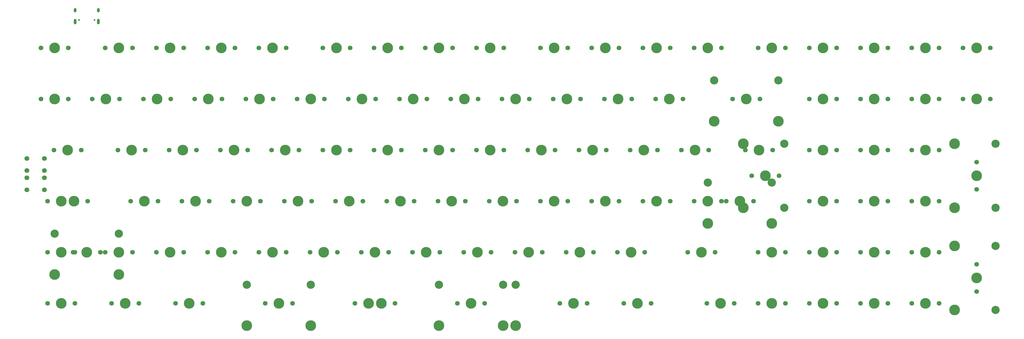
<source format=gbr>
G04 #@! TF.GenerationSoftware,KiCad,Pcbnew,(5.1.7)-1*
G04 #@! TF.CreationDate,2020-11-06T22:12:29-08:00*
G04 #@! TF.ProjectId,PCBV3,50434256-332e-46b6-9963-61645f706362,rev?*
G04 #@! TF.SameCoordinates,Original*
G04 #@! TF.FileFunction,Soldermask,Top*
G04 #@! TF.FilePolarity,Negative*
%FSLAX46Y46*%
G04 Gerber Fmt 4.6, Leading zero omitted, Abs format (unit mm)*
G04 Created by KiCad (PCBNEW (5.1.7)-1) date 2020-11-06 22:12:29*
%MOMM*%
%LPD*%
G01*
G04 APERTURE LIST*
%ADD10C,3.987800*%
%ADD11C,1.750000*%
%ADD12C,3.048000*%
%ADD13C,0.650000*%
%ADD14O,1.000000X2.100000*%
%ADD15O,1.000000X1.600000*%
%ADD16C,1.800000*%
G04 APERTURE END LIST*
D10*
X284956250Y-149225000D03*
D11*
X279876250Y-149225000D03*
X290036250Y-149225000D03*
D10*
X294481250Y-168275000D03*
D11*
X289401250Y-168275000D03*
X299561250Y-168275000D03*
D10*
X355282500Y-127762000D03*
X355282500Y-151638000D03*
D12*
X370522500Y-127762000D03*
X370522500Y-151638000D03*
D11*
X368617500Y-139700000D03*
X358457500Y-139700000D03*
D10*
X363537500Y-139700000D03*
X254028575Y-187325000D03*
D11*
X248948575Y-187325000D03*
X259108575Y-187325000D03*
D12*
X242122325Y-180340000D03*
X265934825Y-180340000D03*
D10*
X242122325Y-195580000D03*
X265934825Y-195580000D03*
X182562500Y-187325000D03*
D11*
X177482500Y-187325000D03*
X187642500Y-187325000D03*
D12*
X170656250Y-180340000D03*
X194468750Y-180340000D03*
D10*
X170656250Y-195580000D03*
X194468750Y-195580000D03*
X220662500Y-187325000D03*
D11*
X215582500Y-187325000D03*
X225742500Y-187325000D03*
D12*
X170662600Y-180340000D03*
X270662400Y-180340000D03*
D10*
X170662600Y-195580000D03*
X270662400Y-195580000D03*
X101600000Y-168275000D03*
D11*
X96520000Y-168275000D03*
X106680000Y-168275000D03*
D10*
X123031250Y-168275000D03*
D11*
X117951250Y-168275000D03*
X128111250Y-168275000D03*
D10*
X342106250Y-149225000D03*
D11*
X337026250Y-149225000D03*
X347186250Y-149225000D03*
D10*
X101600000Y-149225000D03*
D11*
X96520000Y-149225000D03*
X106680000Y-149225000D03*
D10*
X99218750Y-92075000D03*
D11*
X94138750Y-92075000D03*
X104298750Y-92075000D03*
D10*
X123031250Y-92075000D03*
D11*
X117951250Y-92075000D03*
X128111250Y-92075000D03*
D10*
X442118750Y-139700000D03*
D11*
X442118750Y-134620000D03*
X442118750Y-144780000D03*
D12*
X449103750Y-127793750D03*
X449103750Y-151606250D03*
D10*
X433863750Y-127793750D03*
X433863750Y-151606250D03*
X103981250Y-130175000D03*
D11*
X98901250Y-130175000D03*
X109061250Y-130175000D03*
D10*
X337343750Y-130175000D03*
D11*
X332263750Y-130175000D03*
X342423750Y-130175000D03*
D10*
X318293750Y-130175000D03*
D11*
X313213750Y-130175000D03*
X323373750Y-130175000D03*
D10*
X299243750Y-130175000D03*
D11*
X294163750Y-130175000D03*
X304323750Y-130175000D03*
D10*
X280193750Y-130175000D03*
D11*
X275113750Y-130175000D03*
X285273750Y-130175000D03*
D10*
X261143750Y-130175000D03*
D11*
X256063750Y-130175000D03*
X266223750Y-130175000D03*
D10*
X242093750Y-130175000D03*
D11*
X237013750Y-130175000D03*
X247173750Y-130175000D03*
D10*
X223043750Y-130175000D03*
D11*
X217963750Y-130175000D03*
X228123750Y-130175000D03*
D10*
X203993750Y-130175000D03*
D11*
X198913750Y-130175000D03*
X209073750Y-130175000D03*
D10*
X184943750Y-130175000D03*
D11*
X179863750Y-130175000D03*
X190023750Y-130175000D03*
D10*
X165893750Y-130175000D03*
D11*
X160813750Y-130175000D03*
X170973750Y-130175000D03*
D10*
X146843750Y-130175000D03*
D11*
X141763750Y-130175000D03*
X151923750Y-130175000D03*
D10*
X127793750Y-130175000D03*
D11*
X122713750Y-130175000D03*
X132873750Y-130175000D03*
D10*
X442118750Y-177800000D03*
D11*
X442118750Y-172720000D03*
X442118750Y-182880000D03*
D12*
X449103750Y-165893750D03*
X449103750Y-189706250D03*
D10*
X433863750Y-165893750D03*
X433863750Y-189706250D03*
X423068750Y-187325000D03*
D11*
X417988750Y-187325000D03*
X428148750Y-187325000D03*
D10*
X404018750Y-187325000D03*
D11*
X398938750Y-187325000D03*
X409098750Y-187325000D03*
D10*
X384968750Y-187325000D03*
D11*
X379888750Y-187325000D03*
X390048750Y-187325000D03*
D10*
X365918750Y-187325000D03*
D11*
X360838750Y-187325000D03*
X370998750Y-187325000D03*
D10*
X346868750Y-187325000D03*
D11*
X341788750Y-187325000D03*
X351948750Y-187325000D03*
D10*
X315912500Y-187325000D03*
D11*
X310832500Y-187325000D03*
X320992500Y-187325000D03*
D10*
X292100000Y-187325000D03*
D11*
X287020000Y-187325000D03*
X297180000Y-187325000D03*
D10*
X215900000Y-187325000D03*
D11*
X210820000Y-187325000D03*
X220980000Y-187325000D03*
D10*
X149225000Y-187325000D03*
D11*
X144145000Y-187325000D03*
X154305000Y-187325000D03*
D10*
X125412500Y-187325000D03*
D11*
X120332500Y-187325000D03*
X130492500Y-187325000D03*
D10*
X101600000Y-187325000D03*
D11*
X96520000Y-187325000D03*
X106680000Y-187325000D03*
D10*
X423068750Y-168275000D03*
D11*
X417988750Y-168275000D03*
X428148750Y-168275000D03*
D10*
X404018750Y-168275000D03*
D11*
X398938750Y-168275000D03*
X409098750Y-168275000D03*
D10*
X384968750Y-168275000D03*
D11*
X379888750Y-168275000D03*
X390048750Y-168275000D03*
D10*
X365918750Y-168275000D03*
D11*
X360838750Y-168275000D03*
X370998750Y-168275000D03*
D10*
X339725000Y-168275000D03*
D11*
X334645000Y-168275000D03*
X344805000Y-168275000D03*
D10*
X313531250Y-168275000D03*
D11*
X308451250Y-168275000D03*
X318611250Y-168275000D03*
D10*
X275431250Y-168275000D03*
D11*
X270351250Y-168275000D03*
X280511250Y-168275000D03*
D10*
X256381250Y-168275000D03*
D11*
X251301250Y-168275000D03*
X261461250Y-168275000D03*
D10*
X237331250Y-168275000D03*
D11*
X232251250Y-168275000D03*
X242411250Y-168275000D03*
D10*
X218281250Y-168275000D03*
D11*
X213201250Y-168275000D03*
X223361250Y-168275000D03*
D10*
X199231250Y-168275000D03*
D11*
X194151250Y-168275000D03*
X204311250Y-168275000D03*
D10*
X180181250Y-168275000D03*
D11*
X175101250Y-168275000D03*
X185261250Y-168275000D03*
D10*
X161131250Y-168275000D03*
D11*
X156051250Y-168275000D03*
X166211250Y-168275000D03*
D10*
X142081250Y-168275000D03*
D11*
X137001250Y-168275000D03*
X147161250Y-168275000D03*
D10*
X111125000Y-168275000D03*
D11*
X106045000Y-168275000D03*
X116205000Y-168275000D03*
D12*
X99218750Y-161290000D03*
X123031250Y-161290000D03*
D10*
X99218750Y-176530000D03*
X123031250Y-176530000D03*
X423068750Y-149225000D03*
D11*
X417988750Y-149225000D03*
X428148750Y-149225000D03*
D10*
X404018750Y-149225000D03*
D11*
X398938750Y-149225000D03*
X409098750Y-149225000D03*
D10*
X384968750Y-149225000D03*
D11*
X379888750Y-149225000D03*
X390048750Y-149225000D03*
D10*
X354012500Y-149225000D03*
D11*
X348932500Y-149225000D03*
X359092500Y-149225000D03*
D12*
X342106250Y-142240000D03*
X365918750Y-142240000D03*
D10*
X342106250Y-157480000D03*
X365918750Y-157480000D03*
X323056250Y-149225000D03*
D11*
X317976250Y-149225000D03*
X328136250Y-149225000D03*
D10*
X304006250Y-149225000D03*
D11*
X298926250Y-149225000D03*
X309086250Y-149225000D03*
D10*
X265906250Y-149225000D03*
D11*
X260826250Y-149225000D03*
X270986250Y-149225000D03*
D10*
X246856250Y-149225000D03*
D11*
X241776250Y-149225000D03*
X251936250Y-149225000D03*
D10*
X227806250Y-149225000D03*
D11*
X222726250Y-149225000D03*
X232886250Y-149225000D03*
D10*
X208756250Y-149225000D03*
D11*
X203676250Y-149225000D03*
X213836250Y-149225000D03*
D10*
X189706250Y-149225000D03*
D11*
X184626250Y-149225000D03*
X194786250Y-149225000D03*
D10*
X170656250Y-149225000D03*
D11*
X165576250Y-149225000D03*
X175736250Y-149225000D03*
D10*
X151606250Y-149225000D03*
D11*
X146526250Y-149225000D03*
X156686250Y-149225000D03*
D10*
X132556250Y-149225000D03*
D11*
X127476250Y-149225000D03*
X137636250Y-149225000D03*
D10*
X106362500Y-149225000D03*
D11*
X101282500Y-149225000D03*
X111442500Y-149225000D03*
D10*
X423068750Y-130175000D03*
D11*
X417988750Y-130175000D03*
X428148750Y-130175000D03*
D10*
X404018750Y-130175000D03*
D11*
X398938750Y-130175000D03*
X409098750Y-130175000D03*
D10*
X384968750Y-130175000D03*
D11*
X379888750Y-130175000D03*
X390048750Y-130175000D03*
D10*
X361156250Y-130175000D03*
D11*
X356076250Y-130175000D03*
X366236250Y-130175000D03*
D10*
X442118750Y-111125000D03*
D11*
X437038750Y-111125000D03*
X447198750Y-111125000D03*
D10*
X423068750Y-111125000D03*
D11*
X417988750Y-111125000D03*
X428148750Y-111125000D03*
D10*
X404018750Y-111125000D03*
D11*
X398938750Y-111125000D03*
X409098750Y-111125000D03*
D10*
X384968750Y-111125000D03*
D11*
X379888750Y-111125000D03*
X390048750Y-111125000D03*
D10*
X356393750Y-111125000D03*
D11*
X351313750Y-111125000D03*
X361473750Y-111125000D03*
D12*
X344487500Y-104140000D03*
X368300000Y-104140000D03*
D10*
X344487500Y-119380000D03*
X368300000Y-119380000D03*
X327818750Y-111125000D03*
D11*
X322738750Y-111125000D03*
X332898750Y-111125000D03*
D10*
X308768750Y-111125000D03*
D11*
X303688750Y-111125000D03*
X313848750Y-111125000D03*
D10*
X289718750Y-111125000D03*
D11*
X284638750Y-111125000D03*
X294798750Y-111125000D03*
D10*
X270668750Y-111125000D03*
D11*
X265588750Y-111125000D03*
X275748750Y-111125000D03*
D10*
X251618750Y-111125000D03*
D11*
X246538750Y-111125000D03*
X256698750Y-111125000D03*
D10*
X232568750Y-111125000D03*
D11*
X227488750Y-111125000D03*
X237648750Y-111125000D03*
D10*
X213518750Y-111125000D03*
D11*
X208438750Y-111125000D03*
X218598750Y-111125000D03*
D10*
X194468750Y-111125000D03*
D11*
X189388750Y-111125000D03*
X199548750Y-111125000D03*
D10*
X175418750Y-111125000D03*
D11*
X170338750Y-111125000D03*
X180498750Y-111125000D03*
D10*
X156368750Y-111125000D03*
D11*
X151288750Y-111125000D03*
X161448750Y-111125000D03*
D10*
X137318750Y-111125000D03*
D11*
X132238750Y-111125000D03*
X142398750Y-111125000D03*
D10*
X118268750Y-111125000D03*
D11*
X113188750Y-111125000D03*
X123348750Y-111125000D03*
D10*
X99218750Y-111125000D03*
D11*
X94138750Y-111125000D03*
X104298750Y-111125000D03*
D10*
X442118750Y-92075000D03*
D11*
X437038750Y-92075000D03*
X447198750Y-92075000D03*
D10*
X423068750Y-92075000D03*
D11*
X417988750Y-92075000D03*
X428148750Y-92075000D03*
D10*
X404018750Y-92075000D03*
D11*
X398938750Y-92075000D03*
X409098750Y-92075000D03*
D10*
X384968750Y-92075000D03*
D11*
X379888750Y-92075000D03*
X390048750Y-92075000D03*
D10*
X365918750Y-92075000D03*
D11*
X360838750Y-92075000D03*
X370998750Y-92075000D03*
D10*
X342106250Y-92075000D03*
D11*
X337026250Y-92075000D03*
X347186250Y-92075000D03*
D10*
X323056250Y-92075000D03*
D11*
X317976250Y-92075000D03*
X328136250Y-92075000D03*
D10*
X304006250Y-92075000D03*
D11*
X298926250Y-92075000D03*
X309086250Y-92075000D03*
D10*
X284956250Y-92075000D03*
D11*
X279876250Y-92075000D03*
X290036250Y-92075000D03*
D10*
X261143750Y-92075000D03*
D11*
X256063750Y-92075000D03*
X266223750Y-92075000D03*
D10*
X242093750Y-92075000D03*
D11*
X237013750Y-92075000D03*
X247173750Y-92075000D03*
D10*
X223043750Y-92075000D03*
D11*
X217963750Y-92075000D03*
X228123750Y-92075000D03*
D10*
X203993750Y-92075000D03*
D11*
X198913750Y-92075000D03*
X209073750Y-92075000D03*
D10*
X180181250Y-92075000D03*
D11*
X175101250Y-92075000D03*
X185261250Y-92075000D03*
D10*
X161131250Y-92075000D03*
D11*
X156051250Y-92075000D03*
X166211250Y-92075000D03*
D10*
X142081250Y-92075000D03*
D11*
X137001250Y-92075000D03*
X147161250Y-92075000D03*
D13*
X114015000Y-81656250D03*
X108235000Y-81656250D03*
D14*
X106805000Y-82186250D03*
X115445000Y-82186250D03*
D15*
X106805000Y-78006250D03*
X115445000Y-78006250D03*
D16*
X88825000Y-137759000D03*
X95325000Y-133259000D03*
X88825000Y-133259000D03*
X95325000Y-137759000D03*
X88825000Y-144998000D03*
X95325000Y-140498000D03*
X88825000Y-140498000D03*
X95325000Y-144998000D03*
M02*

</source>
